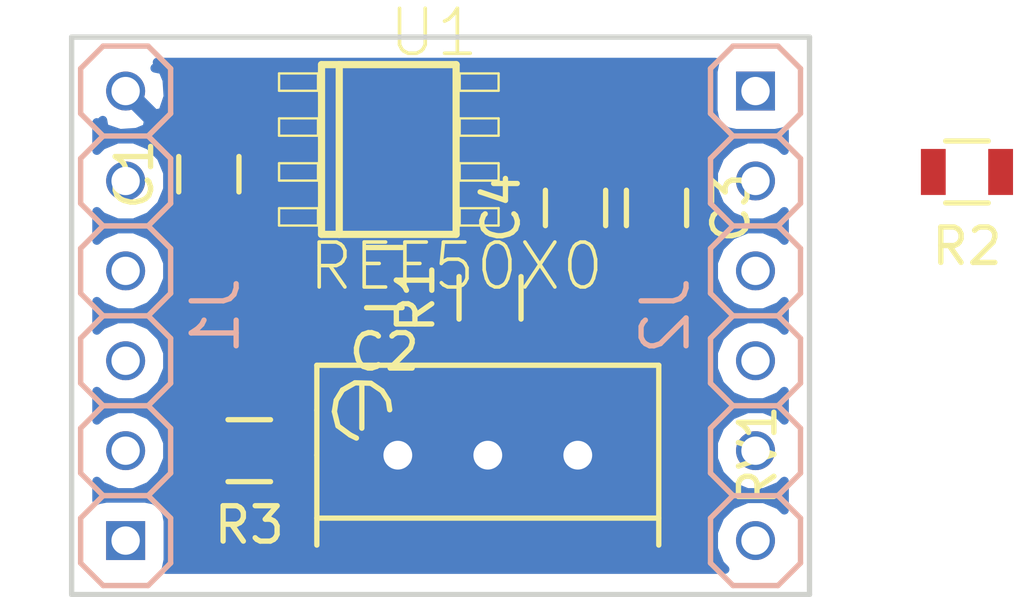
<source format=kicad_pcb>
(kicad_pcb (version 4) (host pcbnew 4.0.4+e1-6308~48~ubuntu16.04.1-stable)

  (general
    (links 19)
    (no_connects 19)
    (area 125.400999 74.600999 146.379001 90.499001)
    (thickness 1.6)
    (drawings 4)
    (tracks 0)
    (zones 0)
    (modules 11)
    (nets 9)
  )

  (page A4)
  (layers
    (0 F.Cu signal)
    (31 B.Cu signal)
    (32 B.Adhes user)
    (33 F.Adhes user)
    (34 B.Paste user)
    (35 F.Paste user)
    (36 B.SilkS user)
    (37 F.SilkS user)
    (38 B.Mask user)
    (39 F.Mask user)
    (40 Dwgs.User user)
    (41 Cmts.User user)
    (42 Eco1.User user)
    (43 Eco2.User user)
    (44 Edge.Cuts user)
    (45 Margin user)
    (46 B.CrtYd user)
    (47 F.CrtYd user)
    (48 B.Fab user)
    (49 F.Fab user)
  )

  (setup
    (last_trace_width 0.25)
    (trace_clearance 0.2)
    (zone_clearance 0.508)
    (zone_45_only no)
    (trace_min 0.2)
    (segment_width 0.2)
    (edge_width 0.15)
    (via_size 0.6)
    (via_drill 0.4)
    (via_min_size 0.4)
    (via_min_drill 0.3)
    (uvia_size 0.3)
    (uvia_drill 0.1)
    (uvias_allowed no)
    (uvia_min_size 0.2)
    (uvia_min_drill 0.1)
    (pcb_text_width 0.3)
    (pcb_text_size 1.5 1.5)
    (mod_edge_width 0.15)
    (mod_text_size 1 1)
    (mod_text_width 0.15)
    (pad_size 1.524 1.524)
    (pad_drill 0.762)
    (pad_to_mask_clearance 0.2)
    (aux_axis_origin 0 0)
    (visible_elements FFFFFF7F)
    (pcbplotparams
      (layerselection 0x00030_80000001)
      (usegerberextensions false)
      (excludeedgelayer true)
      (linewidth 0.100000)
      (plotframeref false)
      (viasonmask false)
      (mode 1)
      (useauxorigin false)
      (hpglpennumber 1)
      (hpglpenspeed 20)
      (hpglpendiameter 15)
      (hpglpenoverlay 2)
      (psnegative false)
      (psa4output false)
      (plotreference true)
      (plotvalue true)
      (plotinvisibletext false)
      (padsonsilk false)
      (subtractmaskfromsilk false)
      (outputformat 1)
      (mirror false)
      (drillshape 1)
      (scaleselection 1)
      (outputdirectory ""))
  )

  (net 0 "")
  (net 1 GND)
  (net 2 "Net-(C1-Pad2)")
  (net 3 "Net-(C2-Pad1)")
  (net 4 "Net-(C3-Pad2)")
  (net 5 "Net-(C4-Pad2)")
  (net 6 "Net-(J1-Pad3)")
  (net 7 "Net-(R1-Pad1)")
  (net 8 "Net-(R3-Pad1)")

  (net_class Default "This is the default net class."
    (clearance 0.2)
    (trace_width 0.25)
    (via_dia 0.6)
    (via_drill 0.4)
    (uvia_dia 0.3)
    (uvia_drill 0.1)
    (add_net GND)
    (add_net "Net-(C1-Pad2)")
    (add_net "Net-(C2-Pad1)")
    (add_net "Net-(C3-Pad2)")
    (add_net "Net-(C4-Pad2)")
    (add_net "Net-(J1-Pad3)")
    (add_net "Net-(R1-Pad1)")
    (add_net "Net-(R3-Pad1)")
  )

  (module Capacitors_SMD:C_0805 (layer F.Cu) (tedit 5415D6EA) (tstamp 585AF2FD)
    (at 129.3495 78.5495 90)
    (descr "Capacitor SMD 0805, reflow soldering, AVX (see smccp.pdf)")
    (tags "capacitor 0805")
    (path /58545FD9)
    (attr smd)
    (fp_text reference C1 (at 0 -2.1 90) (layer F.SilkS)
      (effects (font (size 1 1) (thickness 0.15)))
    )
    (fp_text value 1u (at 0 2.1 90) (layer F.Fab)
      (effects (font (size 1 1) (thickness 0.15)))
    )
    (fp_line (start -1 0.625) (end -1 -0.625) (layer F.Fab) (width 0.15))
    (fp_line (start 1 0.625) (end -1 0.625) (layer F.Fab) (width 0.15))
    (fp_line (start 1 -0.625) (end 1 0.625) (layer F.Fab) (width 0.15))
    (fp_line (start -1 -0.625) (end 1 -0.625) (layer F.Fab) (width 0.15))
    (fp_line (start -1.8 -1) (end 1.8 -1) (layer F.CrtYd) (width 0.05))
    (fp_line (start -1.8 1) (end 1.8 1) (layer F.CrtYd) (width 0.05))
    (fp_line (start -1.8 -1) (end -1.8 1) (layer F.CrtYd) (width 0.05))
    (fp_line (start 1.8 -1) (end 1.8 1) (layer F.CrtYd) (width 0.05))
    (fp_line (start 0.5 -0.85) (end -0.5 -0.85) (layer F.SilkS) (width 0.15))
    (fp_line (start -0.5 0.85) (end 0.5 0.85) (layer F.SilkS) (width 0.15))
    (pad 1 smd rect (at -1 0 90) (size 1 1.25) (layers F.Cu F.Paste F.Mask)
      (net 1 GND))
    (pad 2 smd rect (at 1 0 90) (size 1 1.25) (layers F.Cu F.Paste F.Mask)
      (net 2 "Net-(C1-Pad2)"))
    (model Capacitors_SMD.3dshapes/C_0805.wrl
      (at (xyz 0 0 0))
      (scale (xyz 1 1 1))
      (rotate (xyz 0 0 0))
    )
  )

  (module Capacitors_SMD:C_0805 (layer F.Cu) (tedit 5415D6EA) (tstamp 585AF30D)
    (at 134.3025 81.4705 180)
    (descr "Capacitor SMD 0805, reflow soldering, AVX (see smccp.pdf)")
    (tags "capacitor 0805")
    (path /58545DF7)
    (attr smd)
    (fp_text reference C2 (at 0 -2.1 180) (layer F.SilkS)
      (effects (font (size 1 1) (thickness 0.15)))
    )
    (fp_text value 1u (at 0 2.1 180) (layer F.Fab)
      (effects (font (size 1 1) (thickness 0.15)))
    )
    (fp_line (start -1 0.625) (end -1 -0.625) (layer F.Fab) (width 0.15))
    (fp_line (start 1 0.625) (end -1 0.625) (layer F.Fab) (width 0.15))
    (fp_line (start 1 -0.625) (end 1 0.625) (layer F.Fab) (width 0.15))
    (fp_line (start -1 -0.625) (end 1 -0.625) (layer F.Fab) (width 0.15))
    (fp_line (start -1.8 -1) (end 1.8 -1) (layer F.CrtYd) (width 0.05))
    (fp_line (start -1.8 1) (end 1.8 1) (layer F.CrtYd) (width 0.05))
    (fp_line (start -1.8 -1) (end -1.8 1) (layer F.CrtYd) (width 0.05))
    (fp_line (start 1.8 -1) (end 1.8 1) (layer F.CrtYd) (width 0.05))
    (fp_line (start 0.5 -0.85) (end -0.5 -0.85) (layer F.SilkS) (width 0.15))
    (fp_line (start -0.5 0.85) (end 0.5 0.85) (layer F.SilkS) (width 0.15))
    (pad 1 smd rect (at -1 0 180) (size 1 1.25) (layers F.Cu F.Paste F.Mask)
      (net 3 "Net-(C2-Pad1)"))
    (pad 2 smd rect (at 1 0 180) (size 1 1.25) (layers F.Cu F.Paste F.Mask)
      (net 1 GND))
    (model Capacitors_SMD.3dshapes/C_0805.wrl
      (at (xyz 0 0 0))
      (scale (xyz 1 1 1))
      (rotate (xyz 0 0 0))
    )
  )

  (module Capacitors_SMD:C_0805 (layer F.Cu) (tedit 5415D6EA) (tstamp 585AF31D)
    (at 141.986 79.502 270)
    (descr "Capacitor SMD 0805, reflow soldering, AVX (see smccp.pdf)")
    (tags "capacitor 0805")
    (path /5854616F)
    (attr smd)
    (fp_text reference C3 (at 0 -2.1 270) (layer F.SilkS)
      (effects (font (size 1 1) (thickness 0.15)))
    )
    (fp_text value 10u (at 0.508 6.985 270) (layer F.Fab)
      (effects (font (size 1 1) (thickness 0.15)))
    )
    (fp_line (start -1 0.625) (end -1 -0.625) (layer F.Fab) (width 0.15))
    (fp_line (start 1 0.625) (end -1 0.625) (layer F.Fab) (width 0.15))
    (fp_line (start 1 -0.625) (end 1 0.625) (layer F.Fab) (width 0.15))
    (fp_line (start -1 -0.625) (end 1 -0.625) (layer F.Fab) (width 0.15))
    (fp_line (start -1.8 -1) (end 1.8 -1) (layer F.CrtYd) (width 0.05))
    (fp_line (start -1.8 1) (end 1.8 1) (layer F.CrtYd) (width 0.05))
    (fp_line (start -1.8 -1) (end -1.8 1) (layer F.CrtYd) (width 0.05))
    (fp_line (start 1.8 -1) (end 1.8 1) (layer F.CrtYd) (width 0.05))
    (fp_line (start 0.5 -0.85) (end -0.5 -0.85) (layer F.SilkS) (width 0.15))
    (fp_line (start -0.5 0.85) (end 0.5 0.85) (layer F.SilkS) (width 0.15))
    (pad 1 smd rect (at -1 0 270) (size 1 1.25) (layers F.Cu F.Paste F.Mask)
      (net 1 GND))
    (pad 2 smd rect (at 1 0 270) (size 1 1.25) (layers F.Cu F.Paste F.Mask)
      (net 4 "Net-(C3-Pad2)"))
    (model Capacitors_SMD.3dshapes/C_0805.wrl
      (at (xyz 0 0 0))
      (scale (xyz 1 1 1))
      (rotate (xyz 0 0 0))
    )
  )

  (module Capacitors_SMD:C_0805 (layer F.Cu) (tedit 5415D6EA) (tstamp 585AF32D)
    (at 139.7 79.502 90)
    (descr "Capacitor SMD 0805, reflow soldering, AVX (see smccp.pdf)")
    (tags "capacitor 0805")
    (path /585461DE)
    (attr smd)
    (fp_text reference C4 (at 0 -2.1 90) (layer F.SilkS)
      (effects (font (size 1 1) (thickness 0.15)))
    )
    (fp_text value 1u (at 0 2.1 90) (layer F.Fab)
      (effects (font (size 1 1) (thickness 0.15)))
    )
    (fp_line (start -1 0.625) (end -1 -0.625) (layer F.Fab) (width 0.15))
    (fp_line (start 1 0.625) (end -1 0.625) (layer F.Fab) (width 0.15))
    (fp_line (start 1 -0.625) (end 1 0.625) (layer F.Fab) (width 0.15))
    (fp_line (start -1 -0.625) (end 1 -0.625) (layer F.Fab) (width 0.15))
    (fp_line (start -1.8 -1) (end 1.8 -1) (layer F.CrtYd) (width 0.05))
    (fp_line (start -1.8 1) (end 1.8 1) (layer F.CrtYd) (width 0.05))
    (fp_line (start -1.8 -1) (end -1.8 1) (layer F.CrtYd) (width 0.05))
    (fp_line (start 1.8 -1) (end 1.8 1) (layer F.CrtYd) (width 0.05))
    (fp_line (start 0.5 -0.85) (end -0.5 -0.85) (layer F.SilkS) (width 0.15))
    (fp_line (start -0.5 0.85) (end 0.5 0.85) (layer F.SilkS) (width 0.15))
    (pad 1 smd rect (at -1 0 90) (size 1 1.25) (layers F.Cu F.Paste F.Mask)
      (net 1 GND))
    (pad 2 smd rect (at 1 0 90) (size 1 1.25) (layers F.Cu F.Paste F.Mask)
      (net 5 "Net-(C4-Pad2)"))
    (model Capacitors_SMD.3dshapes/C_0805.wrl
      (at (xyz 0 0 0))
      (scale (xyz 1 1 1))
      (rotate (xyz 0 0 0))
    )
  )

  (module SquantorConnectors:Header-2.54-1X06-H0.8 locked (layer B.Cu) (tedit 5853124C) (tstamp 585AF337)
    (at 127 82.55 90)
    (descr "PIN HEADER")
    (tags "PIN HEADER")
    (path /584C8303)
    (attr virtual)
    (fp_text reference J1 (at 0 2.54 90) (layer B.SilkS)
      (effects (font (size 1.27 1.27) (thickness 0.15)) (justify mirror))
    )
    (fp_text value PINS_1X6 (at 0 -2.54 90) (layer B.Fab)
      (effects (font (size 1.27 1.27) (thickness 0.15)) (justify mirror))
    )
    (fp_line (start 0.635 1.27) (end 1.905 1.27) (layer B.SilkS) (width 0.1524))
    (fp_line (start 1.905 1.27) (end 2.54 0.635) (layer B.SilkS) (width 0.1524))
    (fp_line (start 2.54 0.635) (end 2.54 -0.635) (layer B.SilkS) (width 0.1524))
    (fp_line (start 2.54 -0.635) (end 1.905 -1.27) (layer B.SilkS) (width 0.1524))
    (fp_line (start 2.54 0.635) (end 3.175 1.27) (layer B.SilkS) (width 0.1524))
    (fp_line (start 3.175 1.27) (end 4.445 1.27) (layer B.SilkS) (width 0.1524))
    (fp_line (start 4.445 1.27) (end 5.08 0.635) (layer B.SilkS) (width 0.1524))
    (fp_line (start 5.08 0.635) (end 5.08 -0.635) (layer B.SilkS) (width 0.15))
    (fp_line (start 5.08 -0.635) (end 4.445 -1.27) (layer B.SilkS) (width 0.1524))
    (fp_line (start 4.445 -1.27) (end 3.175 -1.27) (layer B.SilkS) (width 0.1524))
    (fp_line (start 3.175 -1.27) (end 2.54 -0.635) (layer B.SilkS) (width 0.1524))
    (fp_line (start -2.54 0.635) (end -1.905 1.27) (layer B.SilkS) (width 0.1524))
    (fp_line (start -1.905 1.27) (end -0.635 1.27) (layer B.SilkS) (width 0.1524))
    (fp_line (start -0.635 1.27) (end 0 0.635) (layer B.SilkS) (width 0.1524))
    (fp_line (start 0 0.635) (end 0 -0.635) (layer B.SilkS) (width 0.1524))
    (fp_line (start 0 -0.635) (end -0.635 -1.27) (layer B.SilkS) (width 0.1524))
    (fp_line (start -0.635 -1.27) (end -1.905 -1.27) (layer B.SilkS) (width 0.1524))
    (fp_line (start -1.905 -1.27) (end -2.54 -0.635) (layer B.SilkS) (width 0.1524))
    (fp_line (start 0.635 1.27) (end 0 0.635) (layer B.SilkS) (width 0.1524))
    (fp_line (start 0 -0.635) (end 0.635 -1.27) (layer B.SilkS) (width 0.1524))
    (fp_line (start 1.905 -1.27) (end 0.635 -1.27) (layer B.SilkS) (width 0.1524))
    (fp_line (start -6.985 1.27) (end -5.715 1.27) (layer B.SilkS) (width 0.1524))
    (fp_line (start -5.715 1.27) (end -5.08 0.635) (layer B.SilkS) (width 0.1524))
    (fp_line (start -5.08 0.635) (end -5.08 -0.635) (layer B.SilkS) (width 0.1524))
    (fp_line (start -5.08 -0.635) (end -5.715 -1.27) (layer B.SilkS) (width 0.1524))
    (fp_line (start -5.08 0.635) (end -4.445 1.27) (layer B.SilkS) (width 0.1524))
    (fp_line (start -4.445 1.27) (end -3.175 1.27) (layer B.SilkS) (width 0.1524))
    (fp_line (start -3.175 1.27) (end -2.54 0.635) (layer B.SilkS) (width 0.1524))
    (fp_line (start -2.54 0.635) (end -2.54 -0.635) (layer B.SilkS) (width 0.1524))
    (fp_line (start -2.54 -0.635) (end -3.175 -1.27) (layer B.SilkS) (width 0.1524))
    (fp_line (start -3.175 -1.27) (end -4.445 -1.27) (layer B.SilkS) (width 0.1524))
    (fp_line (start -4.445 -1.27) (end -5.08 -0.635) (layer B.SilkS) (width 0.1524))
    (fp_line (start -7.62 0.635) (end -7.62 -0.635) (layer B.SilkS) (width 0.1524))
    (fp_line (start -6.985 1.27) (end -7.62 0.635) (layer B.SilkS) (width 0.1524))
    (fp_line (start -7.62 -0.635) (end -6.985 -1.27) (layer B.SilkS) (width 0.1524))
    (fp_line (start -5.715 -1.27) (end -6.985 -1.27) (layer B.SilkS) (width 0.1524))
    (fp_line (start 5.715 1.27) (end 6.985 1.27) (layer B.SilkS) (width 0.1524))
    (fp_line (start 6.985 1.27) (end 7.62 0.635) (layer B.SilkS) (width 0.1524))
    (fp_line (start 7.62 0.635) (end 7.62 -0.635) (layer B.SilkS) (width 0.1524))
    (fp_line (start 7.62 -0.635) (end 6.985 -1.27) (layer B.SilkS) (width 0.1524))
    (fp_line (start 5.715 1.27) (end 5.08 0.635) (layer B.SilkS) (width 0.1524))
    (fp_line (start 5.08 -0.635) (end 5.715 -1.27) (layer B.SilkS) (width 0.1524))
    (fp_line (start 6.985 -1.27) (end 5.715 -1.27) (layer B.SilkS) (width 0.1524))
    (pad 1 thru_hole trapezoid (at -6.35 0 270) (size 1.1 1.1) (drill 0.8) (layers *.Cu *.Mask))
    (pad 2 thru_hole circle (at -3.81 0 270) (size 1.1 1.1) (drill 0.8) (layers *.Cu *.Mask)
      (net 2 "Net-(C1-Pad2)"))
    (pad 3 thru_hole circle (at -1.27 0 270) (size 1.1 1.1) (drill 0.8) (layers *.Cu *.Mask)
      (net 6 "Net-(J1-Pad3)"))
    (pad 4 thru_hole circle (at 1.27 0 270) (size 1.1 1.1) (drill 0.8) (layers *.Cu *.Mask))
    (pad 5 thru_hole circle (at 3.81 0 270) (size 1.1 1.1) (drill 0.8) (layers *.Cu *.Mask))
    (pad 6 thru_hole circle (at 6.35 0 270) (size 1.1 1.1) (drill 0.8) (layers *.Cu *.Mask)
      (net 1 GND))
  )

  (module SquantorConnectors:Header-2.54-1X06-H0.8 locked (layer B.Cu) (tedit 5853124C) (tstamp 585AF341)
    (at 144.78 82.55 270)
    (descr "PIN HEADER")
    (tags "PIN HEADER")
    (path /584C8340)
    (attr virtual)
    (fp_text reference J2 (at 0 2.54 270) (layer B.SilkS)
      (effects (font (size 1.27 1.27) (thickness 0.15)) (justify mirror))
    )
    (fp_text value PINS_1X6 (at 0 -2.54 270) (layer B.Fab)
      (effects (font (size 1.27 1.27) (thickness 0.15)) (justify mirror))
    )
    (fp_line (start 0.635 1.27) (end 1.905 1.27) (layer B.SilkS) (width 0.1524))
    (fp_line (start 1.905 1.27) (end 2.54 0.635) (layer B.SilkS) (width 0.1524))
    (fp_line (start 2.54 0.635) (end 2.54 -0.635) (layer B.SilkS) (width 0.1524))
    (fp_line (start 2.54 -0.635) (end 1.905 -1.27) (layer B.SilkS) (width 0.1524))
    (fp_line (start 2.54 0.635) (end 3.175 1.27) (layer B.SilkS) (width 0.1524))
    (fp_line (start 3.175 1.27) (end 4.445 1.27) (layer B.SilkS) (width 0.1524))
    (fp_line (start 4.445 1.27) (end 5.08 0.635) (layer B.SilkS) (width 0.1524))
    (fp_line (start 5.08 0.635) (end 5.08 -0.635) (layer B.SilkS) (width 0.15))
    (fp_line (start 5.08 -0.635) (end 4.445 -1.27) (layer B.SilkS) (width 0.1524))
    (fp_line (start 4.445 -1.27) (end 3.175 -1.27) (layer B.SilkS) (width 0.1524))
    (fp_line (start 3.175 -1.27) (end 2.54 -0.635) (layer B.SilkS) (width 0.1524))
    (fp_line (start -2.54 0.635) (end -1.905 1.27) (layer B.SilkS) (width 0.1524))
    (fp_line (start -1.905 1.27) (end -0.635 1.27) (layer B.SilkS) (width 0.1524))
    (fp_line (start -0.635 1.27) (end 0 0.635) (layer B.SilkS) (width 0.1524))
    (fp_line (start 0 0.635) (end 0 -0.635) (layer B.SilkS) (width 0.1524))
    (fp_line (start 0 -0.635) (end -0.635 -1.27) (layer B.SilkS) (width 0.1524))
    (fp_line (start -0.635 -1.27) (end -1.905 -1.27) (layer B.SilkS) (width 0.1524))
    (fp_line (start -1.905 -1.27) (end -2.54 -0.635) (layer B.SilkS) (width 0.1524))
    (fp_line (start 0.635 1.27) (end 0 0.635) (layer B.SilkS) (width 0.1524))
    (fp_line (start 0 -0.635) (end 0.635 -1.27) (layer B.SilkS) (width 0.1524))
    (fp_line (start 1.905 -1.27) (end 0.635 -1.27) (layer B.SilkS) (width 0.1524))
    (fp_line (start -6.985 1.27) (end -5.715 1.27) (layer B.SilkS) (width 0.1524))
    (fp_line (start -5.715 1.27) (end -5.08 0.635) (layer B.SilkS) (width 0.1524))
    (fp_line (start -5.08 0.635) (end -5.08 -0.635) (layer B.SilkS) (width 0.1524))
    (fp_line (start -5.08 -0.635) (end -5.715 -1.27) (layer B.SilkS) (width 0.1524))
    (fp_line (start -5.08 0.635) (end -4.445 1.27) (layer B.SilkS) (width 0.1524))
    (fp_line (start -4.445 1.27) (end -3.175 1.27) (layer B.SilkS) (width 0.1524))
    (fp_line (start -3.175 1.27) (end -2.54 0.635) (layer B.SilkS) (width 0.1524))
    (fp_line (start -2.54 0.635) (end -2.54 -0.635) (layer B.SilkS) (width 0.1524))
    (fp_line (start -2.54 -0.635) (end -3.175 -1.27) (layer B.SilkS) (width 0.1524))
    (fp_line (start -3.175 -1.27) (end -4.445 -1.27) (layer B.SilkS) (width 0.1524))
    (fp_line (start -4.445 -1.27) (end -5.08 -0.635) (layer B.SilkS) (width 0.1524))
    (fp_line (start -7.62 0.635) (end -7.62 -0.635) (layer B.SilkS) (width 0.1524))
    (fp_line (start -6.985 1.27) (end -7.62 0.635) (layer B.SilkS) (width 0.1524))
    (fp_line (start -7.62 -0.635) (end -6.985 -1.27) (layer B.SilkS) (width 0.1524))
    (fp_line (start -5.715 -1.27) (end -6.985 -1.27) (layer B.SilkS) (width 0.1524))
    (fp_line (start 5.715 1.27) (end 6.985 1.27) (layer B.SilkS) (width 0.1524))
    (fp_line (start 6.985 1.27) (end 7.62 0.635) (layer B.SilkS) (width 0.1524))
    (fp_line (start 7.62 0.635) (end 7.62 -0.635) (layer B.SilkS) (width 0.1524))
    (fp_line (start 7.62 -0.635) (end 6.985 -1.27) (layer B.SilkS) (width 0.1524))
    (fp_line (start 5.715 1.27) (end 5.08 0.635) (layer B.SilkS) (width 0.1524))
    (fp_line (start 5.08 -0.635) (end 5.715 -1.27) (layer B.SilkS) (width 0.1524))
    (fp_line (start 6.985 -1.27) (end 5.715 -1.27) (layer B.SilkS) (width 0.1524))
    (pad 1 thru_hole trapezoid (at -6.35 0 90) (size 1.1 1.1) (drill 0.8) (layers *.Cu *.Mask)
      (net 1 GND))
    (pad 2 thru_hole circle (at -3.81 0 90) (size 1.1 1.1) (drill 0.8) (layers *.Cu *.Mask))
    (pad 3 thru_hole circle (at -1.27 0 90) (size 1.1 1.1) (drill 0.8) (layers *.Cu *.Mask))
    (pad 4 thru_hole circle (at 1.27 0 90) (size 1.1 1.1) (drill 0.8) (layers *.Cu *.Mask))
    (pad 5 thru_hole circle (at 3.81 0 90) (size 1.1 1.1) (drill 0.8) (layers *.Cu *.Mask)
      (net 5 "Net-(C4-Pad2)"))
    (pad 6 thru_hole circle (at 6.35 0 90) (size 1.1 1.1) (drill 0.8) (layers *.Cu *.Mask))
  )

  (module Resistors_SMD:R_0805 (layer F.Cu) (tedit 58307B54) (tstamp 585AF351)
    (at 137.287 82.042 90)
    (descr "Resistor SMD 0805, reflow soldering, Vishay (see dcrcw.pdf)")
    (tags "resistor 0805")
    (path /58546469)
    (attr smd)
    (fp_text reference R1 (at 0 -2.1 90) (layer F.SilkS)
      (effects (font (size 1 1) (thickness 0.15)))
    )
    (fp_text value 470k (at 0 2.1 90) (layer F.Fab)
      (effects (font (size 1 1) (thickness 0.15)))
    )
    (fp_line (start -1 0.625) (end -1 -0.625) (layer F.Fab) (width 0.1))
    (fp_line (start 1 0.625) (end -1 0.625) (layer F.Fab) (width 0.1))
    (fp_line (start 1 -0.625) (end 1 0.625) (layer F.Fab) (width 0.1))
    (fp_line (start -1 -0.625) (end 1 -0.625) (layer F.Fab) (width 0.1))
    (fp_line (start -1.6 -1) (end 1.6 -1) (layer F.CrtYd) (width 0.05))
    (fp_line (start -1.6 1) (end 1.6 1) (layer F.CrtYd) (width 0.05))
    (fp_line (start -1.6 -1) (end -1.6 1) (layer F.CrtYd) (width 0.05))
    (fp_line (start 1.6 -1) (end 1.6 1) (layer F.CrtYd) (width 0.05))
    (fp_line (start 0.6 0.875) (end -0.6 0.875) (layer F.SilkS) (width 0.15))
    (fp_line (start -0.6 -0.875) (end 0.6 -0.875) (layer F.SilkS) (width 0.15))
    (pad 1 smd rect (at -0.95 0 90) (size 0.7 1.3) (layers F.Cu F.Paste F.Mask)
      (net 7 "Net-(R1-Pad1)"))
    (pad 2 smd rect (at 0.95 0 90) (size 0.7 1.3) (layers F.Cu F.Paste F.Mask)
      (net 3 "Net-(C2-Pad1)"))
    (model Resistors_SMD.3dshapes/R_0805.wrl
      (at (xyz 0 0 0))
      (scale (xyz 1 1 1))
      (rotate (xyz 0 0 0))
    )
  )

  (module Resistors_SMD:R_0805 (layer F.Cu) (tedit 58307B54) (tstamp 585AF361)
    (at 150.749 78.486 180)
    (descr "Resistor SMD 0805, reflow soldering, Vishay (see dcrcw.pdf)")
    (tags "resistor 0805")
    (path /58546B54)
    (attr smd)
    (fp_text reference R2 (at 0 -2.1 180) (layer F.SilkS)
      (effects (font (size 1 1) (thickness 0.15)))
    )
    (fp_text value 1 (at 0 2.1 180) (layer F.Fab)
      (effects (font (size 1 1) (thickness 0.15)))
    )
    (fp_line (start -1 0.625) (end -1 -0.625) (layer F.Fab) (width 0.1))
    (fp_line (start 1 0.625) (end -1 0.625) (layer F.Fab) (width 0.1))
    (fp_line (start 1 -0.625) (end 1 0.625) (layer F.Fab) (width 0.1))
    (fp_line (start -1 -0.625) (end 1 -0.625) (layer F.Fab) (width 0.1))
    (fp_line (start -1.6 -1) (end 1.6 -1) (layer F.CrtYd) (width 0.05))
    (fp_line (start -1.6 1) (end 1.6 1) (layer F.CrtYd) (width 0.05))
    (fp_line (start -1.6 -1) (end -1.6 1) (layer F.CrtYd) (width 0.05))
    (fp_line (start 1.6 -1) (end 1.6 1) (layer F.CrtYd) (width 0.05))
    (fp_line (start 0.6 0.875) (end -0.6 0.875) (layer F.SilkS) (width 0.15))
    (fp_line (start -0.6 -0.875) (end 0.6 -0.875) (layer F.SilkS) (width 0.15))
    (pad 1 smd rect (at -0.95 0 180) (size 0.7 1.3) (layers F.Cu F.Paste F.Mask)
      (net 4 "Net-(C3-Pad2)"))
    (pad 2 smd rect (at 0.95 0 180) (size 0.7 1.3) (layers F.Cu F.Paste F.Mask)
      (net 5 "Net-(C4-Pad2)"))
    (model Resistors_SMD.3dshapes/R_0805.wrl
      (at (xyz 0 0 0))
      (scale (xyz 1 1 1))
      (rotate (xyz 0 0 0))
    )
  )

  (module Resistors_SMD:R_0805 (layer F.Cu) (tedit 58307B54) (tstamp 585AF371)
    (at 130.49 86.36 180)
    (descr "Resistor SMD 0805, reflow soldering, Vishay (see dcrcw.pdf)")
    (tags "resistor 0805")
    (path /585467AF)
    (attr smd)
    (fp_text reference R3 (at 0 -2.1 180) (layer F.SilkS)
      (effects (font (size 1 1) (thickness 0.15)))
    )
    (fp_text value 1k (at 0 2.1 180) (layer F.Fab)
      (effects (font (size 1 1) (thickness 0.15)))
    )
    (fp_line (start -1 0.625) (end -1 -0.625) (layer F.Fab) (width 0.1))
    (fp_line (start 1 0.625) (end -1 0.625) (layer F.Fab) (width 0.1))
    (fp_line (start 1 -0.625) (end 1 0.625) (layer F.Fab) (width 0.1))
    (fp_line (start -1 -0.625) (end 1 -0.625) (layer F.Fab) (width 0.1))
    (fp_line (start -1.6 -1) (end 1.6 -1) (layer F.CrtYd) (width 0.05))
    (fp_line (start -1.6 1) (end 1.6 1) (layer F.CrtYd) (width 0.05))
    (fp_line (start -1.6 -1) (end -1.6 1) (layer F.CrtYd) (width 0.05))
    (fp_line (start 1.6 -1) (end 1.6 1) (layer F.CrtYd) (width 0.05))
    (fp_line (start 0.6 0.875) (end -0.6 0.875) (layer F.SilkS) (width 0.15))
    (fp_line (start -0.6 -0.875) (end 0.6 -0.875) (layer F.SilkS) (width 0.15))
    (pad 1 smd rect (at -0.95 0 180) (size 0.7 1.3) (layers F.Cu F.Paste F.Mask)
      (net 8 "Net-(R3-Pad1)"))
    (pad 2 smd rect (at 0.95 0 180) (size 0.7 1.3) (layers F.Cu F.Paste F.Mask)
      (net 1 GND))
    (model Resistors_SMD.3dshapes/R_0805.wrl
      (at (xyz 0 0 0))
      (scale (xyz 1 1 1))
      (rotate (xyz 0 0 0))
    )
  )

  (module Potentiometers:Potentiometer_Bourns_3296W_3-8Zoll_Inline_ScrewUp (layer F.Cu) (tedit 54130B3D) (tstamp 585AF378)
    (at 134.6835 86.487 270)
    (descr "3296, 3/8, Square, Trimpot, Trimming, Potentiometer, Bourns")
    (tags "3296, 3/8, Square, Trimpot, Trimming, Potentiometer, Bourns")
    (path /585464D5)
    (fp_text reference RV1 (at 0 -10.16 270) (layer F.SilkS)
      (effects (font (size 1 1) (thickness 0.15)))
    )
    (fp_text value 10k (at 1.27 5.08 270) (layer F.Fab)
      (effects (font (size 1 1) (thickness 0.15)))
    )
    (fp_line (start -2.032 1.016) (end -0.762 1.016) (layer F.SilkS) (width 0.15))
    (fp_line (start -1.2827 0.2286) (end -1.5367 0.2667) (layer F.SilkS) (width 0.15))
    (fp_line (start -1.5367 0.2667) (end -1.8161 0.4445) (layer F.SilkS) (width 0.15))
    (fp_line (start -1.8161 0.4445) (end -2.032 0.762) (layer F.SilkS) (width 0.15))
    (fp_line (start -2.032 0.762) (end -2.0447 1.2065) (layer F.SilkS) (width 0.15))
    (fp_line (start -2.0447 1.2065) (end -1.8415 1.5621) (layer F.SilkS) (width 0.15))
    (fp_line (start -1.8415 1.5621) (end -1.5494 1.7399) (layer F.SilkS) (width 0.15))
    (fp_line (start -1.5494 1.7399) (end -1.2319 1.7907) (layer F.SilkS) (width 0.15))
    (fp_line (start -1.2319 1.7907) (end -0.8255 1.6891) (layer F.SilkS) (width 0.15))
    (fp_line (start -0.8255 1.6891) (end -0.5715 1.3462) (layer F.SilkS) (width 0.15))
    (fp_line (start -0.5715 1.3462) (end -0.4826 1.1684) (layer F.SilkS) (width 0.15))
    (fp_line (start 1.778 -7.366) (end 1.778 2.286) (layer F.SilkS) (width 0.15))
    (fp_line (start -1.27 2.286) (end -2.54 2.286) (layer F.SilkS) (width 0.15))
    (fp_line (start -2.54 2.286) (end -2.54 -7.366) (layer F.SilkS) (width 0.15))
    (fp_line (start -2.54 -7.366) (end 2.54 -7.366) (layer F.SilkS) (width 0.15))
    (fp_line (start 2.54 2.286) (end 0 2.286) (layer F.SilkS) (width 0.15))
    (fp_line (start 0 2.286) (end -1.27 2.286) (layer F.SilkS) (width 0.15))
    (pad 2 thru_hole circle (at 0 -2.54 270) (size 1.524 1.524) (drill 0.8128) (layers *.Cu *.Mask)
      (net 7 "Net-(R1-Pad1)"))
    (pad 3 thru_hole circle (at 0 -5.08 270) (size 1.524 1.524) (drill 0.8128) (layers *.Cu *.Mask)
      (net 5 "Net-(C4-Pad2)"))
    (pad 1 thru_hole circle (at 0 0 270) (size 1.524 1.524) (drill 0.8128) (layers *.Cu *.Mask)
      (net 8 "Net-(R3-Pad1)"))
    (model Potentiometers.3dshapes/Potentiometer_Bourns_3296W_3-8Zoll_Inline_ScrewUp.wrl
      (at (xyz 0 0 0))
      (scale (xyz 1 1 1))
      (rotate (xyz 0 0 0))
    )
  )

  (module SquantorIC:SquantorIC-SO08 (layer F.Cu) (tedit 200000) (tstamp 585AF472)
    (at 134.4295 77.851 270)
    (descr "SMALL OUTLINE PACKAGE 8")
    (tags "SMALL OUTLINE PACKAGE 8")
    (path /584C8585)
    (attr smd)
    (fp_text reference U1 (at -3.302 -1.27 360) (layer F.SilkS)
      (effects (font (size 1.27 1.27) (thickness 0.1016)))
    )
    (fp_text value REF50X0 (at 3.302 -1.905 360) (layer F.SilkS)
      (effects (font (size 1.27 1.27) (thickness 0.1016)))
    )
    (fp_line (start -2.14884 3.0988) (end -1.65862 3.0988) (layer F.SilkS) (width 0.06604))
    (fp_line (start -1.65862 3.0988) (end -1.65862 1.99898) (layer F.SilkS) (width 0.06604))
    (fp_line (start -2.14884 1.99898) (end -1.65862 1.99898) (layer F.SilkS) (width 0.06604))
    (fp_line (start -2.14884 3.0988) (end -2.14884 1.99898) (layer F.SilkS) (width 0.06604))
    (fp_line (start -0.87884 3.0988) (end -0.38862 3.0988) (layer F.SilkS) (width 0.06604))
    (fp_line (start -0.38862 3.0988) (end -0.38862 1.99898) (layer F.SilkS) (width 0.06604))
    (fp_line (start -0.87884 1.99898) (end -0.38862 1.99898) (layer F.SilkS) (width 0.06604))
    (fp_line (start -0.87884 3.0988) (end -0.87884 1.99898) (layer F.SilkS) (width 0.06604))
    (fp_line (start 0.38862 3.0988) (end 0.87884 3.0988) (layer F.SilkS) (width 0.06604))
    (fp_line (start 0.87884 3.0988) (end 0.87884 1.99898) (layer F.SilkS) (width 0.06604))
    (fp_line (start 0.38862 1.99898) (end 0.87884 1.99898) (layer F.SilkS) (width 0.06604))
    (fp_line (start 0.38862 3.0988) (end 0.38862 1.99898) (layer F.SilkS) (width 0.06604))
    (fp_line (start 1.65862 3.0988) (end 2.14884 3.0988) (layer F.SilkS) (width 0.06604))
    (fp_line (start 2.14884 3.0988) (end 2.14884 1.99898) (layer F.SilkS) (width 0.06604))
    (fp_line (start 1.65862 1.99898) (end 2.14884 1.99898) (layer F.SilkS) (width 0.06604))
    (fp_line (start 1.65862 3.0988) (end 1.65862 1.99898) (layer F.SilkS) (width 0.06604))
    (fp_line (start 1.65862 -1.99898) (end 2.14884 -1.99898) (layer F.SilkS) (width 0.06604))
    (fp_line (start 2.14884 -1.99898) (end 2.14884 -3.0988) (layer F.SilkS) (width 0.06604))
    (fp_line (start 1.65862 -3.0988) (end 2.14884 -3.0988) (layer F.SilkS) (width 0.06604))
    (fp_line (start 1.65862 -1.99898) (end 1.65862 -3.0988) (layer F.SilkS) (width 0.06604))
    (fp_line (start 0.38862 -1.99898) (end 0.87884 -1.99898) (layer F.SilkS) (width 0.06604))
    (fp_line (start 0.87884 -1.99898) (end 0.87884 -3.0988) (layer F.SilkS) (width 0.06604))
    (fp_line (start 0.38862 -3.0988) (end 0.87884 -3.0988) (layer F.SilkS) (width 0.06604))
    (fp_line (start 0.38862 -1.99898) (end 0.38862 -3.0988) (layer F.SilkS) (width 0.06604))
    (fp_line (start -0.87884 -1.99898) (end -0.38862 -1.99898) (layer F.SilkS) (width 0.06604))
    (fp_line (start -0.38862 -1.99898) (end -0.38862 -3.0988) (layer F.SilkS) (width 0.06604))
    (fp_line (start -0.87884 -3.0988) (end -0.38862 -3.0988) (layer F.SilkS) (width 0.06604))
    (fp_line (start -0.87884 -1.99898) (end -0.87884 -3.0988) (layer F.SilkS) (width 0.06604))
    (fp_line (start -2.14884 -1.99898) (end -1.65862 -1.99898) (layer F.SilkS) (width 0.06604))
    (fp_line (start -1.65862 -1.99898) (end -1.65862 -3.0988) (layer F.SilkS) (width 0.06604))
    (fp_line (start -2.14884 -3.0988) (end -1.65862 -3.0988) (layer F.SilkS) (width 0.06604))
    (fp_line (start -2.14884 -1.99898) (end -2.14884 -3.0988) (layer F.SilkS) (width 0.06604))
    (fp_line (start 2.39776 -1.89992) (end 2.39776 1.39954) (layer F.SilkS) (width 0.2032))
    (fp_line (start 2.39776 1.39954) (end 2.39776 1.89992) (layer F.SilkS) (width 0.2032))
    (fp_line (start 2.39776 1.89992) (end -2.39776 1.89992) (layer F.SilkS) (width 0.2032))
    (fp_line (start -2.39776 1.89992) (end -2.39776 1.39954) (layer F.SilkS) (width 0.2032))
    (fp_line (start -2.39776 1.39954) (end -2.39776 -1.89992) (layer F.SilkS) (width 0.2032))
    (fp_line (start -2.39776 -1.89992) (end 2.39776 -1.89992) (layer F.SilkS) (width 0.2032))
    (fp_line (start 2.39776 1.39954) (end -2.39776 1.39954) (layer F.SilkS) (width 0.2032))
    (pad 1 smd rect (at -1.905 2.59842 270) (size 0.59944 2.19964) (layers F.Cu F.Paste F.Mask))
    (pad 2 smd rect (at -0.635 2.59842 270) (size 0.59944 2.19964) (layers F.Cu F.Paste F.Mask)
      (net 2 "Net-(C1-Pad2)"))
    (pad 3 smd rect (at 0.635 2.59842 270) (size 0.59944 2.19964) (layers F.Cu F.Paste F.Mask)
      (net 6 "Net-(J1-Pad3)"))
    (pad 4 smd rect (at 1.905 2.59842 270) (size 0.59944 2.19964) (layers F.Cu F.Paste F.Mask)
      (net 1 GND))
    (pad 5 smd rect (at 1.905 -2.59842 270) (size 0.59944 2.19964) (layers F.Cu F.Paste F.Mask)
      (net 3 "Net-(C2-Pad1)"))
    (pad 6 smd rect (at 0.635 -2.59842 270) (size 0.59944 2.19964) (layers F.Cu F.Paste F.Mask)
      (net 5 "Net-(C4-Pad2)"))
    (pad 7 smd rect (at -0.635 -2.59842 270) (size 0.59944 2.19964) (layers F.Cu F.Paste F.Mask))
    (pad 8 smd rect (at -1.905 -2.59842 270) (size 0.59944 2.19964) (layers F.Cu F.Paste F.Mask))
  )

  (gr_line (start 125.476 90.424) (end 125.476 74.676) (layer Edge.Cuts) (width 0.15))
  (gr_line (start 146.304 90.424) (end 125.476 90.424) (layer Edge.Cuts) (width 0.15))
  (gr_line (start 146.304 74.676) (end 146.304 90.424) (layer Edge.Cuts) (width 0.15))
  (gr_line (start 125.476 74.676) (end 146.304 74.676) (layer Edge.Cuts) (width 0.15))

  (zone (net 1) (net_name GND) (layer B.Cu) (tstamp 0) (hatch edge 0.508)
    (connect_pads (clearance 0.508))
    (min_thickness 0.254)
    (fill yes (arc_segments 16) (thermal_gap 0.508) (thermal_bridge_width 0.508))
    (polygon
      (pts
        (xy 125.476 74.676) (xy 146.304 74.676) (xy 146.304 90.424) (xy 125.476 90.424)
      )
    )
    (filled_polygon
      (pts
        (xy 143.633569 75.39811) (xy 143.58256 75.65) (xy 143.58256 76.75) (xy 143.626838 76.985317) (xy 143.76591 77.201441)
        (xy 143.97811 77.346431) (xy 144.23 77.39744) (xy 145.33 77.39744) (xy 145.565317 77.353162) (xy 145.594 77.334705)
        (xy 145.594 77.878114) (xy 145.452125 77.735991) (xy 145.016745 77.555206) (xy 144.545323 77.554794) (xy 144.109628 77.73482)
        (xy 143.775991 78.067875) (xy 143.595206 78.503255) (xy 143.594794 78.974677) (xy 143.77482 79.410372) (xy 144.107875 79.744009)
        (xy 144.543255 79.924794) (xy 145.014677 79.925206) (xy 145.450372 79.74518) (xy 145.594 79.601803) (xy 145.594 80.418114)
        (xy 145.452125 80.275991) (xy 145.016745 80.095206) (xy 144.545323 80.094794) (xy 144.109628 80.27482) (xy 143.775991 80.607875)
        (xy 143.595206 81.043255) (xy 143.594794 81.514677) (xy 143.77482 81.950372) (xy 144.107875 82.284009) (xy 144.543255 82.464794)
        (xy 145.014677 82.465206) (xy 145.450372 82.28518) (xy 145.594 82.141803) (xy 145.594 82.958114) (xy 145.452125 82.815991)
        (xy 145.016745 82.635206) (xy 144.545323 82.634794) (xy 144.109628 82.81482) (xy 143.775991 83.147875) (xy 143.595206 83.583255)
        (xy 143.594794 84.054677) (xy 143.77482 84.490372) (xy 144.107875 84.824009) (xy 144.543255 85.004794) (xy 145.014677 85.005206)
        (xy 145.450372 84.82518) (xy 145.594 84.681803) (xy 145.594 85.498114) (xy 145.452125 85.355991) (xy 145.016745 85.175206)
        (xy 144.545323 85.174794) (xy 144.109628 85.35482) (xy 143.775991 85.687875) (xy 143.595206 86.123255) (xy 143.594794 86.594677)
        (xy 143.77482 87.030372) (xy 144.107875 87.364009) (xy 144.543255 87.544794) (xy 145.014677 87.545206) (xy 145.450372 87.36518)
        (xy 145.594 87.221803) (xy 145.594 88.038114) (xy 145.452125 87.895991) (xy 145.016745 87.715206) (xy 144.545323 87.714794)
        (xy 144.109628 87.89482) (xy 143.775991 88.227875) (xy 143.595206 88.663255) (xy 143.594794 89.134677) (xy 143.77482 89.570372)
        (xy 143.918197 89.714) (xy 128.138157 89.714) (xy 128.146431 89.70189) (xy 128.19744 89.45) (xy 128.19744 88.35)
        (xy 128.153162 88.114683) (xy 128.01409 87.898559) (xy 127.80189 87.753569) (xy 127.55 87.70256) (xy 126.45 87.70256)
        (xy 126.214683 87.746838) (xy 126.186 87.765295) (xy 126.186 87.221886) (xy 126.327875 87.364009) (xy 126.763255 87.544794)
        (xy 127.234677 87.545206) (xy 127.670372 87.36518) (xy 128.004009 87.032125) (xy 128.184794 86.596745) (xy 128.185206 86.125323)
        (xy 128.00518 85.689628) (xy 127.672125 85.355991) (xy 127.236745 85.175206) (xy 126.765323 85.174794) (xy 126.329628 85.35482)
        (xy 126.186 85.498197) (xy 126.186 84.681886) (xy 126.327875 84.824009) (xy 126.763255 85.004794) (xy 127.234677 85.005206)
        (xy 127.670372 84.82518) (xy 128.004009 84.492125) (xy 128.184794 84.056745) (xy 128.185206 83.585323) (xy 128.00518 83.149628)
        (xy 127.672125 82.815991) (xy 127.236745 82.635206) (xy 126.765323 82.634794) (xy 126.329628 82.81482) (xy 126.186 82.958197)
        (xy 126.186 82.141886) (xy 126.327875 82.284009) (xy 126.763255 82.464794) (xy 127.234677 82.465206) (xy 127.670372 82.28518)
        (xy 128.004009 81.952125) (xy 128.184794 81.516745) (xy 128.185206 81.045323) (xy 128.00518 80.609628) (xy 127.672125 80.275991)
        (xy 127.236745 80.095206) (xy 126.765323 80.094794) (xy 126.329628 80.27482) (xy 126.186 80.418197) (xy 126.186 79.601886)
        (xy 126.327875 79.744009) (xy 126.763255 79.924794) (xy 127.234677 79.925206) (xy 127.670372 79.74518) (xy 128.004009 79.412125)
        (xy 128.184794 78.976745) (xy 128.185206 78.505323) (xy 128.00518 78.069628) (xy 127.672125 77.735991) (xy 127.236745 77.555206)
        (xy 126.765323 77.554794) (xy 126.329628 77.73482) (xy 126.186 77.878197) (xy 126.186 77.091156) (xy 126.237226 77.142382)
        (xy 126.353172 77.026436) (xy 126.396508 77.246701) (xy 126.843001 77.397972) (xy 127.313396 77.366863) (xy 127.603492 77.246701)
        (xy 127.646828 77.026433) (xy 127 76.379605) (xy 126.985858 76.393748) (xy 126.806253 76.214143) (xy 126.820395 76.2)
        (xy 126.806253 76.185858) (xy 126.985858 76.006253) (xy 127 76.020395) (xy 127.014143 76.006253) (xy 127.193748 76.185858)
        (xy 127.179605 76.2) (xy 127.826433 76.846828) (xy 128.046701 76.803492) (xy 128.197972 76.356999) (xy 128.166863 75.886604)
        (xy 128.046701 75.596508) (xy 127.826436 75.553172) (xy 127.942382 75.437226) (xy 127.891156 75.386) (xy 143.641843 75.386)
      )
    )
    (filled_polygon
      (pts
        (xy 144.907 76.073) (xy 144.927 76.073) (xy 144.927 76.327) (xy 144.907 76.327) (xy 144.907 76.347)
        (xy 144.653 76.347) (xy 144.653 76.327) (xy 144.633 76.327) (xy 144.633 76.073) (xy 144.653 76.073)
        (xy 144.653 76.053) (xy 144.907 76.053)
      )
    )
  )
)

</source>
